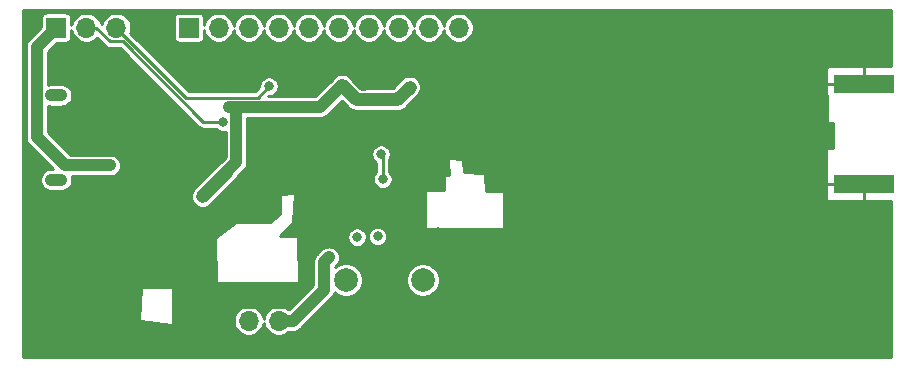
<source format=gbr>
%TF.GenerationSoftware,KiCad,Pcbnew,(5.1.6)-1*%
%TF.CreationDate,2020-07-31T11:50:38+07:00*%
%TF.ProjectId,stm32_nrf24,73746d33-325f-46e7-9266-32342e6b6963,rev?*%
%TF.SameCoordinates,Original*%
%TF.FileFunction,Copper,L2,Bot*%
%TF.FilePolarity,Positive*%
%FSLAX46Y46*%
G04 Gerber Fmt 4.6, Leading zero omitted, Abs format (unit mm)*
G04 Created by KiCad (PCBNEW (5.1.6)-1) date 2020-07-31 11:50:38*
%MOMM*%
%LPD*%
G01*
G04 APERTURE LIST*
%TA.AperFunction,ComponentPad*%
%ADD10O,1.700000X1.700000*%
%TD*%
%TA.AperFunction,ComponentPad*%
%ADD11R,1.700000X1.700000*%
%TD*%
%TA.AperFunction,ComponentPad*%
%ADD12C,2.000000*%
%TD*%
%TA.AperFunction,SMDPad,CuDef*%
%ADD13R,5.080000X1.500000*%
%TD*%
%TA.AperFunction,ComponentPad*%
%ADD14O,1.900000X1.050000*%
%TD*%
%TA.AperFunction,ViaPad*%
%ADD15C,0.800000*%
%TD*%
%TA.AperFunction,Conductor*%
%ADD16C,0.250000*%
%TD*%
%TA.AperFunction,Conductor*%
%ADD17C,1.000000*%
%TD*%
%TA.AperFunction,Conductor*%
%ADD18C,0.152400*%
%TD*%
%TA.AperFunction,Conductor*%
%ADD19C,0.500000*%
%TD*%
%TA.AperFunction,Conductor*%
%ADD20C,1.100000*%
%TD*%
%TA.AperFunction,Conductor*%
%ADD21C,0.254000*%
%TD*%
G04 APERTURE END LIST*
D10*
%TO.P,J5,4*%
%TO.N,GND*%
X89610000Y-98180000D03*
%TO.P,J5,3*%
%TO.N,SWDIO*%
X87070000Y-98180000D03*
%TO.P,J5,2*%
%TO.N,SWCLK*%
X84530000Y-98180000D03*
D11*
%TO.P,J5,1*%
%TO.N,+3V3*%
X81990000Y-98180000D03*
%TD*%
D10*
%TO.P,J4,10*%
%TO.N,P10*%
X116070000Y-98190000D03*
%TO.P,J4,9*%
%TO.N,P9*%
X113530000Y-98190000D03*
%TO.P,J4,8*%
%TO.N,P8*%
X110990000Y-98190000D03*
%TO.P,J4,7*%
%TO.N,P7*%
X108450000Y-98190000D03*
%TO.P,J4,6*%
%TO.N,P6*%
X105910000Y-98190000D03*
%TO.P,J4,5*%
%TO.N,P5*%
X103370000Y-98190000D03*
%TO.P,J4,4*%
%TO.N,P4*%
X100830000Y-98190000D03*
%TO.P,J4,3*%
%TO.N,P3*%
X98290000Y-98190000D03*
%TO.P,J4,2*%
%TO.N,P2*%
X95750000Y-98190000D03*
D11*
%TO.P,J4,1*%
%TO.N,P1*%
X93210000Y-98190000D03*
%TD*%
D12*
%TO.P,SW1,1*%
%TO.N,GND*%
X106520000Y-124040000D03*
%TO.P,SW1,2*%
%TO.N,NRST*%
X106520000Y-119540000D03*
%TO.P,SW1,1*%
%TO.N,GND*%
X113020000Y-124040000D03*
%TO.P,SW1,2*%
%TO.N,NRST*%
X113020000Y-119540000D03*
%TD*%
D13*
%TO.P,J3,2*%
%TO.N,GND*%
X150357840Y-102960860D03*
X150357840Y-111460860D03*
%TD*%
D10*
%TO.P,J2,3*%
%TO.N,+3V3*%
X100830000Y-123000000D03*
%TO.P,J2,2*%
%TO.N,BOOT0*%
X98290000Y-123000000D03*
D11*
%TO.P,J2,1*%
%TO.N,GND*%
X95750000Y-123000000D03*
%TD*%
D14*
%TO.P,J1,6*%
%TO.N,Net-(J1-Pad6)*%
X81980000Y-111070000D03*
X81980000Y-103920000D03*
%TD*%
D15*
%TO.N,GND*%
X119532400Y-115570000D03*
X118021100Y-115557300D03*
X116751100Y-115544600D03*
X115544600Y-115570000D03*
X114274600Y-115519200D03*
X112750600Y-115341400D03*
X112699800Y-113245900D03*
X112750600Y-112128300D03*
X113436400Y-111480600D03*
X114376200Y-111455200D03*
X118681500Y-111721900D03*
X120434100Y-112344200D03*
X120370600Y-113385600D03*
X121450100Y-113957100D03*
X120332500Y-114490500D03*
X111086900Y-113360200D03*
X101610000Y-115560000D03*
X114160300Y-117398800D03*
X112661700Y-114376200D03*
X93130000Y-120610000D03*
X138840000Y-108708260D03*
X137720000Y-108708260D03*
X134480300Y-110185200D03*
X145351500Y-108597700D03*
X129920000Y-107330000D03*
X130760000Y-106460000D03*
X115417600Y-107721400D03*
X115900000Y-108630000D03*
X83440000Y-114350000D03*
X87040000Y-108590000D03*
X126340000Y-106060000D03*
X118450000Y-101890000D03*
X116820000Y-101960000D03*
X114950000Y-108620000D03*
X130790000Y-107330000D03*
X129890000Y-106450000D03*
X96890000Y-120250000D03*
X96600000Y-103070000D03*
X108070000Y-103110000D03*
X103489760Y-117744240D03*
X94370000Y-110610000D03*
X133080000Y-105680000D03*
X134160000Y-105728260D03*
X135270000Y-105738260D03*
X136420000Y-105748260D03*
X137620000Y-105738260D03*
X138680000Y-105728260D03*
X139700000Y-105738260D03*
X140750000Y-105708260D03*
X141750000Y-105688260D03*
X142860000Y-105688260D03*
X144051020Y-105702100D03*
X145232120Y-105714800D03*
X146641820Y-105702100D03*
X146626580Y-104350820D03*
X134934960Y-97640140D03*
X146626580Y-102984300D03*
X146626580Y-101633020D03*
X147500340Y-100886260D03*
X148866860Y-100871020D03*
X150174960Y-100886260D03*
X151259540Y-100886260D03*
X152316180Y-100886260D03*
X145529300Y-109626400D03*
X146606260Y-109794040D03*
X146639280Y-111163100D03*
X146674840Y-112600740D03*
X147871180Y-113304320D03*
X148380000Y-115540000D03*
X149379940Y-113289080D03*
X150787100Y-113276380D03*
X152069800Y-113289080D03*
X133776440Y-119508980D03*
X136590000Y-108688260D03*
X139788900Y-110286800D03*
X140919200Y-110248700D03*
X141973300Y-110261400D03*
X143090000Y-108658260D03*
X144246600Y-108658260D03*
X143550000Y-103888260D03*
X141780000Y-103938260D03*
X139920000Y-103938260D03*
X137940000Y-103978260D03*
X136010000Y-103958260D03*
X133890000Y-103888260D03*
X134430000Y-101828260D03*
X136920000Y-101918260D03*
X138880000Y-101778260D03*
X141240000Y-101848260D03*
X142950000Y-102298260D03*
X143670000Y-100728260D03*
X143200000Y-99358260D03*
X139940000Y-100368260D03*
X137540000Y-99748260D03*
X135080000Y-99588260D03*
X133464300Y-110172500D03*
X132651500Y-109461300D03*
X135830000Y-113998260D03*
X136626600Y-109778800D03*
X135597900Y-110159800D03*
X138836400Y-109677200D03*
X133050000Y-115840000D03*
X135780000Y-115970000D03*
X138820000Y-116150000D03*
X143027400Y-109715300D03*
X144140000Y-116280000D03*
X146790000Y-116280000D03*
X149690000Y-116460000D03*
X149780000Y-119100000D03*
X149870000Y-122350000D03*
X149780000Y-124550000D03*
X146120000Y-124770000D03*
X142030000Y-124820000D03*
X138550000Y-124640000D03*
X134420000Y-124820000D03*
X130100000Y-125040000D03*
X126450000Y-124950000D03*
X123550000Y-124990000D03*
X120690000Y-124860000D03*
X118660000Y-122530000D03*
X127292100Y-108788200D03*
X125880000Y-120420000D03*
X143530000Y-120370000D03*
X130260000Y-121940000D03*
X139040000Y-121740000D03*
X123000000Y-114200000D03*
X128170000Y-114080000D03*
X124866400Y-108775500D03*
X126098300Y-108762800D03*
X123545600Y-108762800D03*
X144760000Y-118660000D03*
X146430000Y-120500000D03*
X145240000Y-121910000D03*
X135800000Y-122730000D03*
X138690000Y-118570000D03*
X137370000Y-97708260D03*
X146210000Y-98728260D03*
X149640000Y-99018260D03*
X145650000Y-97450000D03*
X143620000Y-97928260D03*
X122186700Y-108750100D03*
X141640000Y-98438260D03*
X148170000Y-97630000D03*
X150350000Y-97440000D03*
X120800000Y-106000000D03*
X127460000Y-106040000D03*
X125280000Y-106040000D03*
X123100000Y-106040000D03*
X118600000Y-106090000D03*
X121930000Y-106010000D03*
X124240000Y-106040000D03*
X119670000Y-106020000D03*
X118440000Y-100300000D03*
X81080000Y-121610000D03*
X93099990Y-112290010D03*
X87645240Y-111236760D03*
X87000000Y-112770000D03*
X89560000Y-112410000D03*
X83950000Y-112430000D03*
X85119999Y-120210001D03*
X84137500Y-122652500D03*
X81390000Y-123690000D03*
X87854990Y-123985010D03*
X90490000Y-124750000D03*
X83400000Y-124910000D03*
X81110000Y-125340000D03*
X85930000Y-124940000D03*
X86040000Y-122730000D03*
X100210000Y-120730000D03*
X112330000Y-105820000D03*
X128473200Y-108800900D03*
X134790000Y-119700000D03*
X129990000Y-117720000D03*
X125630000Y-118340000D03*
X121540000Y-119390000D03*
X118590000Y-118510000D03*
X115820000Y-123660000D03*
X122020000Y-122170000D03*
X126340000Y-115480000D03*
X116170000Y-120270000D03*
X100140000Y-106900000D03*
X102030000Y-106860000D03*
X103760000Y-106840000D03*
X103750000Y-108170000D03*
X102010000Y-108190000D03*
X100140000Y-108210000D03*
X100210000Y-109750000D03*
X102010000Y-109760000D03*
X103289100Y-111277400D03*
X102030000Y-111250000D03*
X100210000Y-111270000D03*
X131655000Y-108375000D03*
X91939090Y-100509090D03*
X93611700Y-102153720D03*
X93329760Y-100401120D03*
X86834980Y-100350320D03*
X85336380Y-100451920D03*
X83720940Y-100281740D03*
X82085180Y-100230940D03*
X82001360Y-101287580D03*
X83703160Y-101305360D03*
X85603080Y-101338380D03*
X87419180Y-101635560D03*
X87635080Y-102941120D03*
X86494620Y-102295960D03*
X88130380Y-104294940D03*
X89847420Y-104030780D03*
X89133680Y-102984300D03*
X91001830Y-99571830D03*
X86337140Y-118511320D03*
X87729060Y-118719600D03*
X86131400Y-114589560D03*
X87850980Y-114714020D03*
X103370380Y-109824520D03*
X140081000Y-113157000D03*
X144145000Y-112852200D03*
X142227300Y-113715800D03*
X141897100Y-117424200D03*
X132626100Y-112356900D03*
X130784600Y-115138200D03*
X128282700Y-116560600D03*
X123266200Y-102628700D03*
X125514100Y-102997000D03*
X124028200Y-104025700D03*
X121945400Y-103555800D03*
X125018800Y-101003100D03*
X128295400Y-102527100D03*
X121183400Y-100609400D03*
X120421400Y-102933500D03*
X120192800Y-101739700D03*
X123393200Y-100825300D03*
X123939300Y-97193100D03*
X126834900Y-97294700D03*
X129806700Y-97142300D03*
X132105400Y-97358200D03*
X121221500Y-97104200D03*
X119100600Y-97205800D03*
X80550000Y-119065000D03*
X79844900Y-121323100D03*
X82799700Y-121314700D03*
X79895700Y-124180600D03*
X103619300Y-124218700D03*
X95237300Y-108673900D03*
X93408500Y-108839000D03*
X92049600Y-110045500D03*
X90487500Y-109423200D03*
X93776800Y-107607100D03*
X91211400Y-104609900D03*
X89052400Y-104889300D03*
X126479300Y-100647500D03*
X127114300Y-103644700D03*
X121069100Y-104571800D03*
X121907300Y-101993700D03*
X122313700Y-109715300D03*
X123558300Y-109766100D03*
X124891800Y-109778800D03*
X126161800Y-109778800D03*
X127304800Y-109791500D03*
X128257300Y-109740700D03*
%TO.N,NRST*%
X109200000Y-115860000D03*
%TO.N,+3V3*%
X94340000Y-112410000D03*
X111920000Y-103210000D03*
X107460000Y-115930000D03*
X96640000Y-104830000D03*
X106200000Y-103050000D03*
X105070000Y-117630000D03*
X86537800Y-109855000D03*
%TO.N,SCK*%
X109640000Y-111010000D03*
X109490000Y-108900000D03*
%TO.N,SWCLK*%
X96150000Y-106190000D03*
%TO.N,SWDIO*%
X100010000Y-103140000D03*
%TD*%
D16*
%TO.N,GND*%
X108910000Y-102270000D02*
X116780000Y-102270000D01*
X108070000Y-103110000D02*
X108910000Y-102270000D01*
X96925001Y-121824999D02*
X95750000Y-123000000D01*
X101824637Y-121824999D02*
X96925001Y-121824999D01*
X103270000Y-120379636D02*
X101824637Y-121824999D01*
X103270000Y-117650000D02*
X103270000Y-120379636D01*
X105520001Y-125039999D02*
X106520000Y-124040000D01*
X96689999Y-125039999D02*
X105520001Y-125039999D01*
X95750000Y-124100000D02*
X96689999Y-125039999D01*
X95750000Y-123000000D02*
X95750000Y-124100000D01*
D17*
X128050000Y-114200000D02*
X128170000Y-114080000D01*
X123000000Y-114200000D02*
X128050000Y-114200000D01*
X83440000Y-119250000D02*
X81080000Y-121610000D01*
X83440000Y-114350000D02*
X83440000Y-119250000D01*
D18*
X93490000Y-120250000D02*
X93130000Y-120610000D01*
X96890000Y-120250000D02*
X93490000Y-120250000D01*
X82479999Y-120210001D02*
X81080000Y-121610000D01*
X92730001Y-120210001D02*
X85119999Y-120210001D01*
X93130000Y-120610000D02*
X92730001Y-120210001D01*
D17*
X93099990Y-120579990D02*
X93130000Y-120610000D01*
X93099990Y-112290010D02*
X93099990Y-120579990D01*
D19*
X101610000Y-115560000D02*
X102980000Y-115560000D01*
X103270000Y-115850000D02*
X103270000Y-117650000D01*
X102980000Y-115560000D02*
X103270000Y-115850000D01*
D18*
X85119999Y-120210001D02*
X82479999Y-120210001D01*
D17*
X93229991Y-101799991D02*
X91939090Y-100509090D01*
X107969991Y-103009991D02*
X108070000Y-103009991D01*
X97870009Y-101799991D02*
X106759991Y-101799991D01*
X106759991Y-101799991D02*
X107969991Y-103009991D01*
X96600000Y-102029982D02*
X96370009Y-101799991D01*
X96600000Y-103070000D02*
X96600000Y-102029982D01*
X97870009Y-101799991D02*
X96370009Y-101799991D01*
X96370009Y-101799991D02*
X93229991Y-101799991D01*
X91939090Y-100509090D02*
X91001830Y-99571830D01*
X91001830Y-99571830D02*
X89610000Y-98180000D01*
D16*
X146937040Y-111460860D02*
X146639280Y-111163100D01*
X150357840Y-111460860D02*
X146937040Y-111460860D01*
X150357840Y-112847120D02*
X150787100Y-113276380D01*
X150357840Y-111460860D02*
X150357840Y-112847120D01*
X150357840Y-101069140D02*
X150174960Y-100886260D01*
X150357840Y-102960860D02*
X150357840Y-101069140D01*
X146650020Y-102960860D02*
X146626580Y-102984300D01*
X150357840Y-102960860D02*
X146650020Y-102960860D01*
D20*
%TO.N,+3V3*%
X107410001Y-104260001D02*
X106200000Y-103050000D01*
X110869999Y-104260001D02*
X107410001Y-104260001D01*
X111920000Y-103210000D02*
X110869999Y-104260001D01*
X96450000Y-110360000D02*
X94350000Y-112460000D01*
D17*
X102032081Y-123000000D02*
X100830000Y-123000000D01*
X104670001Y-120362080D02*
X103526040Y-121506040D01*
X104670001Y-118029999D02*
X104670001Y-120362080D01*
X105070000Y-117630000D02*
X104670001Y-118029999D01*
X103526040Y-121506040D02*
X103454591Y-121577491D01*
X106200000Y-103050000D02*
X104319991Y-104930009D01*
X97250001Y-104940019D02*
X97239991Y-104930009D01*
X97250001Y-109559999D02*
X97250001Y-104940019D01*
X96450000Y-110360000D02*
X97250001Y-109559999D01*
X104319991Y-104930009D02*
X97239991Y-104930009D01*
X97239991Y-104930009D02*
X96640000Y-104930009D01*
X80329990Y-99840010D02*
X81990000Y-98180000D01*
X80329990Y-107419990D02*
X80329990Y-99840010D01*
X86537800Y-109855000D02*
X82765000Y-109855000D01*
X82765000Y-109855000D02*
X82371750Y-109461750D01*
X82754990Y-109844990D02*
X82371750Y-109461750D01*
X82371750Y-109461750D02*
X80329990Y-107419990D01*
X103454591Y-121577491D02*
X102032081Y-123000000D01*
D16*
%TO.N,SCK*%
X109640000Y-109050000D02*
X109490000Y-108900000D01*
X109640000Y-111010000D02*
X109640000Y-109050000D01*
%TO.N,SWCLK*%
X96150000Y-106190000D02*
X94443590Y-106190000D01*
X94443590Y-106190000D02*
X87608591Y-99355001D01*
X86505999Y-99355001D02*
X85330998Y-98180000D01*
X85330998Y-98180000D02*
X84530000Y-98180000D01*
X87608591Y-99355001D02*
X86505999Y-99355001D01*
%TO.N,SWDIO*%
X92994999Y-104104999D02*
X87070000Y-98180000D01*
X99045001Y-104104999D02*
X92994999Y-104104999D01*
X100010000Y-103140000D02*
X99045001Y-104104999D01*
%TD*%
D21*
%TO.N,GND*%
G36*
X152684601Y-96702512D02*
G01*
X152684601Y-101473000D01*
X147332700Y-101473000D01*
X147307924Y-101475440D01*
X147284099Y-101482667D01*
X147262143Y-101494403D01*
X147242897Y-101510197D01*
X147227103Y-101529443D01*
X147215367Y-101551399D01*
X147208140Y-101575224D01*
X147205701Y-101600358D01*
X147218401Y-106108858D01*
X147220911Y-106133627D01*
X147228205Y-106157431D01*
X147240003Y-106179355D01*
X147255851Y-106198555D01*
X147275140Y-106214295D01*
X147297130Y-106225969D01*
X147320974Y-106233129D01*
X147345400Y-106235500D01*
X147762436Y-106235500D01*
X147728432Y-108343700D01*
X147320000Y-108343700D01*
X147295224Y-108346140D01*
X147271399Y-108353367D01*
X147249443Y-108365103D01*
X147230197Y-108380897D01*
X147214403Y-108400143D01*
X147202667Y-108422099D01*
X147195440Y-108445924D01*
X147193001Y-108470324D01*
X147180301Y-112762924D01*
X147182668Y-112787708D01*
X147189824Y-112811553D01*
X147201495Y-112833545D01*
X147217232Y-112852836D01*
X147236430Y-112868687D01*
X147258352Y-112880488D01*
X147282155Y-112887786D01*
X147307023Y-112890300D01*
X152684600Y-112902041D01*
X152684600Y-126048513D01*
X151772330Y-126048012D01*
X151772205Y-126048000D01*
X151749918Y-126048000D01*
X151728043Y-126047988D01*
X151727920Y-126048000D01*
X79202000Y-126048000D01*
X79202000Y-122877685D01*
X89019603Y-122877685D01*
X89019647Y-122893426D01*
X89023687Y-122917992D01*
X89032442Y-122941299D01*
X89045575Y-122962449D01*
X89062583Y-122980631D01*
X89082810Y-122995145D01*
X89105481Y-123005434D01*
X89129724Y-123011103D01*
X91740844Y-123356543D01*
X91758467Y-123357636D01*
X91783224Y-123355007D01*
X91806993Y-123347599D01*
X91828859Y-123335696D01*
X91847984Y-123319756D01*
X91863631Y-123300391D01*
X91875199Y-123278346D01*
X91882245Y-123254467D01*
X91884496Y-123229673D01*
X91881790Y-122874226D01*
X97013000Y-122874226D01*
X97013000Y-123125774D01*
X97062074Y-123372487D01*
X97158337Y-123604886D01*
X97298089Y-123814040D01*
X97475960Y-123991911D01*
X97685114Y-124131663D01*
X97917513Y-124227926D01*
X98164226Y-124277000D01*
X98415774Y-124277000D01*
X98662487Y-124227926D01*
X98894886Y-124131663D01*
X99104040Y-123991911D01*
X99281911Y-123814040D01*
X99421663Y-123604886D01*
X99517926Y-123372487D01*
X99560000Y-123160966D01*
X99602074Y-123372487D01*
X99698337Y-123604886D01*
X99838089Y-123814040D01*
X100015960Y-123991911D01*
X100225114Y-124131663D01*
X100457513Y-124227926D01*
X100704226Y-124277000D01*
X100955774Y-124277000D01*
X101202487Y-124227926D01*
X101434886Y-124131663D01*
X101644040Y-123991911D01*
X101708951Y-123927000D01*
X101986554Y-123927000D01*
X102032081Y-123931484D01*
X102077608Y-123927000D01*
X102077619Y-123927000D01*
X102213805Y-123913587D01*
X102388545Y-123860580D01*
X102444640Y-123830597D01*
X102549586Y-123774502D01*
X102655368Y-123687688D01*
X102690740Y-123658659D01*
X102719769Y-123623287D01*
X104142278Y-122200780D01*
X104142287Y-122200769D01*
X104178356Y-122164699D01*
X105293293Y-121049764D01*
X105328660Y-121020739D01*
X105357685Y-120985372D01*
X105357688Y-120985369D01*
X105444502Y-120879586D01*
X105530580Y-120718545D01*
X105530581Y-120718544D01*
X105565465Y-120603549D01*
X105610340Y-120648424D01*
X105844062Y-120804591D01*
X106103759Y-120912162D01*
X106379453Y-120967000D01*
X106660547Y-120967000D01*
X106936241Y-120912162D01*
X107195938Y-120804591D01*
X107429660Y-120648424D01*
X107628424Y-120449660D01*
X107784591Y-120215938D01*
X107892162Y-119956241D01*
X107947000Y-119680547D01*
X107947000Y-119399453D01*
X111593000Y-119399453D01*
X111593000Y-119680547D01*
X111647838Y-119956241D01*
X111755409Y-120215938D01*
X111911576Y-120449660D01*
X112110340Y-120648424D01*
X112344062Y-120804591D01*
X112603759Y-120912162D01*
X112879453Y-120967000D01*
X113160547Y-120967000D01*
X113436241Y-120912162D01*
X113695938Y-120804591D01*
X113929660Y-120648424D01*
X114128424Y-120449660D01*
X114284591Y-120215938D01*
X114392162Y-119956241D01*
X114447000Y-119680547D01*
X114447000Y-119399453D01*
X114392162Y-119123759D01*
X114284591Y-118864062D01*
X114128424Y-118630340D01*
X113929660Y-118431576D01*
X113695938Y-118275409D01*
X113436241Y-118167838D01*
X113160547Y-118113000D01*
X112879453Y-118113000D01*
X112603759Y-118167838D01*
X112344062Y-118275409D01*
X112110340Y-118431576D01*
X111911576Y-118630340D01*
X111755409Y-118864062D01*
X111647838Y-119123759D01*
X111593000Y-119399453D01*
X107947000Y-119399453D01*
X107892162Y-119123759D01*
X107784591Y-118864062D01*
X107628424Y-118630340D01*
X107429660Y-118431576D01*
X107195938Y-118275409D01*
X106936241Y-118167838D01*
X106660547Y-118113000D01*
X106379453Y-118113000D01*
X106103759Y-118167838D01*
X105844062Y-118275409D01*
X105610340Y-118431576D01*
X105597001Y-118444915D01*
X105597001Y-118413974D01*
X105757688Y-118253287D01*
X105844501Y-118147505D01*
X105930580Y-117986464D01*
X105983586Y-117811724D01*
X106001484Y-117630001D01*
X105983586Y-117448277D01*
X105930580Y-117273537D01*
X105844501Y-117112495D01*
X105728659Y-116971341D01*
X105587505Y-116855499D01*
X105426463Y-116769420D01*
X105251723Y-116716414D01*
X105069999Y-116698516D01*
X104888276Y-116716414D01*
X104713536Y-116769420D01*
X104552495Y-116855499D01*
X104446713Y-116942312D01*
X104046714Y-117342311D01*
X104011342Y-117371340D01*
X103982314Y-117406711D01*
X103982313Y-117406712D01*
X103895500Y-117512494D01*
X103876229Y-117548548D01*
X103809421Y-117673536D01*
X103756414Y-117848276D01*
X103743001Y-117984462D01*
X103743001Y-117984472D01*
X103738517Y-118029999D01*
X103743001Y-118075527D01*
X103743002Y-119978103D01*
X102902749Y-120818356D01*
X102902743Y-120818361D01*
X102873733Y-120847372D01*
X102838353Y-120882752D01*
X102838349Y-120882757D01*
X102831304Y-120889803D01*
X102831303Y-120889803D01*
X101678529Y-122042578D01*
X101644040Y-122008089D01*
X101434886Y-121868337D01*
X101202487Y-121772074D01*
X100955774Y-121723000D01*
X100704226Y-121723000D01*
X100457513Y-121772074D01*
X100225114Y-121868337D01*
X100015960Y-122008089D01*
X99838089Y-122185960D01*
X99698337Y-122395114D01*
X99602074Y-122627513D01*
X99560000Y-122839034D01*
X99517926Y-122627513D01*
X99421663Y-122395114D01*
X99281911Y-122185960D01*
X99104040Y-122008089D01*
X98894886Y-121868337D01*
X98662487Y-121772074D01*
X98415774Y-121723000D01*
X98164226Y-121723000D01*
X97917513Y-121772074D01*
X97685114Y-121868337D01*
X97475960Y-122008089D01*
X97298089Y-122185960D01*
X97158337Y-122395114D01*
X97062074Y-122627513D01*
X97013000Y-122874226D01*
X91881790Y-122874226D01*
X91861636Y-120227393D01*
X91858845Y-120201863D01*
X91851289Y-120178141D01*
X91839251Y-120156349D01*
X91823192Y-120137324D01*
X91803730Y-120121798D01*
X91781614Y-120110366D01*
X91757692Y-120103470D01*
X91732884Y-120101372D01*
X89345284Y-120134392D01*
X89319490Y-120137404D01*
X89273770Y-120147564D01*
X89259748Y-120151537D01*
X89237135Y-120161953D01*
X89216989Y-120176581D01*
X89200084Y-120194857D01*
X89187069Y-120216081D01*
X89178445Y-120239436D01*
X89174543Y-120264025D01*
X89019603Y-122877685D01*
X79202000Y-122877685D01*
X79202000Y-116012065D01*
X95473017Y-116012065D01*
X95533017Y-119702065D01*
X95537510Y-119733544D01*
X95546408Y-119756796D01*
X95559671Y-119777866D01*
X95576789Y-119795943D01*
X95597106Y-119810333D01*
X95619839Y-119820483D01*
X95649839Y-119830483D01*
X95665224Y-119834560D01*
X95690000Y-119837000D01*
X102380000Y-119837000D01*
X102406107Y-119834288D01*
X102429853Y-119826806D01*
X102451683Y-119814836D01*
X102470758Y-119798837D01*
X102486345Y-119779424D01*
X102497846Y-119757343D01*
X102504818Y-119733443D01*
X102506993Y-119708642D01*
X102466993Y-115968642D01*
X102464560Y-115945224D01*
X102457333Y-115921399D01*
X102445597Y-115899443D01*
X102429803Y-115880197D01*
X102410557Y-115864403D01*
X102388601Y-115852667D01*
X102375023Y-115848548D01*
X106633000Y-115848548D01*
X106633000Y-116011452D01*
X106664782Y-116171227D01*
X106727123Y-116321731D01*
X106817628Y-116457181D01*
X106932819Y-116572372D01*
X107068269Y-116662877D01*
X107218773Y-116725218D01*
X107378548Y-116757000D01*
X107541452Y-116757000D01*
X107701227Y-116725218D01*
X107851731Y-116662877D01*
X107987181Y-116572372D01*
X108102372Y-116457181D01*
X108192877Y-116321731D01*
X108255218Y-116171227D01*
X108287000Y-116011452D01*
X108287000Y-115848548D01*
X108273076Y-115778548D01*
X108373000Y-115778548D01*
X108373000Y-115941452D01*
X108404782Y-116101227D01*
X108467123Y-116251731D01*
X108557628Y-116387181D01*
X108672819Y-116502372D01*
X108808269Y-116592877D01*
X108958773Y-116655218D01*
X109118548Y-116687000D01*
X109281452Y-116687000D01*
X109441227Y-116655218D01*
X109591731Y-116592877D01*
X109727181Y-116502372D01*
X109842372Y-116387181D01*
X109932877Y-116251731D01*
X109995218Y-116101227D01*
X110027000Y-115941452D01*
X110027000Y-115778548D01*
X109995218Y-115618773D01*
X109932877Y-115468269D01*
X109842372Y-115332819D01*
X109727181Y-115217628D01*
X109591731Y-115127123D01*
X109441227Y-115064782D01*
X109281452Y-115033000D01*
X109118548Y-115033000D01*
X108958773Y-115064782D01*
X108808269Y-115127123D01*
X108672819Y-115217628D01*
X108557628Y-115332819D01*
X108467123Y-115468269D01*
X108404782Y-115618773D01*
X108373000Y-115778548D01*
X108273076Y-115778548D01*
X108255218Y-115688773D01*
X108192877Y-115538269D01*
X108102372Y-115402819D01*
X107987181Y-115287628D01*
X107851731Y-115197123D01*
X107701227Y-115134782D01*
X107541452Y-115103000D01*
X107378548Y-115103000D01*
X107218773Y-115134782D01*
X107068269Y-115197123D01*
X106932819Y-115287628D01*
X106817628Y-115402819D01*
X106727123Y-115538269D01*
X106664782Y-115688773D01*
X106633000Y-115848548D01*
X102375023Y-115848548D01*
X102364776Y-115845440D01*
X102340000Y-115843000D01*
X100937086Y-115843000D01*
X102031805Y-114697755D01*
X102041465Y-114686379D01*
X102054417Y-114665117D01*
X102062971Y-114641736D01*
X102066799Y-114617136D01*
X102196799Y-112307136D01*
X102196603Y-112289972D01*
X102192214Y-112265466D01*
X102183129Y-112242286D01*
X102169696Y-112221325D01*
X102152431Y-112203387D01*
X102131999Y-112189162D01*
X102109184Y-112179196D01*
X102084864Y-112173873D01*
X102059972Y-112173397D01*
X101049972Y-112253397D01*
X101014223Y-112261537D01*
X100991991Y-112272744D01*
X100972374Y-112288073D01*
X100956123Y-112306934D01*
X100943865Y-112328604D01*
X100936069Y-112352248D01*
X100933036Y-112376959D01*
X100894505Y-113985644D01*
X100076824Y-114603447D01*
X97268663Y-114633007D01*
X97238599Y-114636943D01*
X97215195Y-114645434D01*
X97193897Y-114658327D01*
X95523897Y-115908327D01*
X95508749Y-115921669D01*
X95493270Y-115941169D01*
X95481893Y-115963313D01*
X95475054Y-115987252D01*
X95473017Y-116012065D01*
X79202000Y-116012065D01*
X79202000Y-99840010D01*
X79398506Y-99840010D01*
X79402991Y-99885547D01*
X79402990Y-107374463D01*
X79398506Y-107419990D01*
X79402990Y-107465517D01*
X79402990Y-107465527D01*
X79416403Y-107601713D01*
X79469410Y-107776453D01*
X79555489Y-107937495D01*
X79642302Y-108043277D01*
X79671331Y-108078649D01*
X79706703Y-108107678D01*
X81717024Y-110118000D01*
X81508235Y-110118000D01*
X81368375Y-110131775D01*
X81188923Y-110186211D01*
X81023538Y-110274611D01*
X80878577Y-110393577D01*
X80759611Y-110538538D01*
X80671211Y-110703923D01*
X80616775Y-110883375D01*
X80598394Y-111070000D01*
X80616775Y-111256625D01*
X80671211Y-111436077D01*
X80759611Y-111601462D01*
X80878577Y-111746423D01*
X81023538Y-111865389D01*
X81188923Y-111953789D01*
X81368375Y-112008225D01*
X81508235Y-112022000D01*
X82451765Y-112022000D01*
X82591625Y-112008225D01*
X82771077Y-111953789D01*
X82936462Y-111865389D01*
X83081423Y-111746423D01*
X83200389Y-111601462D01*
X83288789Y-111436077D01*
X83343225Y-111256625D01*
X83361606Y-111070000D01*
X83343225Y-110883375D01*
X83312473Y-110782000D01*
X86583338Y-110782000D01*
X86719524Y-110768587D01*
X86894264Y-110715580D01*
X87055305Y-110629501D01*
X87196459Y-110513659D01*
X87312301Y-110372505D01*
X87398380Y-110211464D01*
X87451387Y-110036724D01*
X87469285Y-109855000D01*
X87451387Y-109673276D01*
X87398380Y-109498536D01*
X87312301Y-109337495D01*
X87196459Y-109196341D01*
X87055305Y-109080499D01*
X86894264Y-108994420D01*
X86719524Y-108941413D01*
X86583338Y-108928000D01*
X83148975Y-108928000D01*
X83059443Y-108838468D01*
X83059438Y-108838462D01*
X81256990Y-107036015D01*
X81256990Y-104824437D01*
X81368375Y-104858225D01*
X81508235Y-104872000D01*
X82451765Y-104872000D01*
X82591625Y-104858225D01*
X82771077Y-104803789D01*
X82936462Y-104715389D01*
X83081423Y-104596423D01*
X83200389Y-104451462D01*
X83288789Y-104286077D01*
X83343225Y-104106625D01*
X83361606Y-103920000D01*
X83343225Y-103733375D01*
X83288789Y-103553923D01*
X83200389Y-103388538D01*
X83081423Y-103243577D01*
X82936462Y-103124611D01*
X82771077Y-103036211D01*
X82591625Y-102981775D01*
X82451765Y-102968000D01*
X81508235Y-102968000D01*
X81368375Y-102981775D01*
X81256990Y-103015563D01*
X81256990Y-100223985D01*
X82021910Y-99459066D01*
X82840000Y-99459066D01*
X82923707Y-99450822D01*
X83004196Y-99426405D01*
X83078376Y-99386755D01*
X83143395Y-99333395D01*
X83196755Y-99268376D01*
X83236405Y-99194196D01*
X83260822Y-99113707D01*
X83269066Y-99030000D01*
X83269066Y-98386544D01*
X83302074Y-98552487D01*
X83398337Y-98784886D01*
X83538089Y-98994040D01*
X83715960Y-99171911D01*
X83925114Y-99311663D01*
X84157513Y-99407926D01*
X84404226Y-99457000D01*
X84655774Y-99457000D01*
X84902487Y-99407926D01*
X85134886Y-99311663D01*
X85344040Y-99171911D01*
X85443152Y-99072799D01*
X86096506Y-99726154D01*
X86113788Y-99747212D01*
X86134844Y-99764492D01*
X86197840Y-99816192D01*
X86242401Y-99840010D01*
X86293736Y-99867449D01*
X86397788Y-99899013D01*
X86478890Y-99907001D01*
X86478900Y-99907001D01*
X86505998Y-99909670D01*
X86533096Y-99907001D01*
X87379947Y-99907001D01*
X94034098Y-106561154D01*
X94051379Y-106582211D01*
X94072435Y-106599491D01*
X94135431Y-106651191D01*
X94186688Y-106678588D01*
X94231327Y-106702448D01*
X94335379Y-106734012D01*
X94416481Y-106742000D01*
X94416491Y-106742000D01*
X94443589Y-106744669D01*
X94470687Y-106742000D01*
X95532447Y-106742000D01*
X95622819Y-106832372D01*
X95758269Y-106922877D01*
X95908773Y-106985218D01*
X96068548Y-107017000D01*
X96231452Y-107017000D01*
X96323002Y-106998789D01*
X96323001Y-109176023D01*
X96013540Y-109485485D01*
X95904581Y-109543725D01*
X95793092Y-109635221D01*
X93625221Y-111803093D01*
X93533725Y-111914582D01*
X93443003Y-112084310D01*
X93387137Y-112268475D01*
X93368273Y-112460000D01*
X93387137Y-112651525D01*
X93443003Y-112835690D01*
X93533725Y-113005418D01*
X93655815Y-113154185D01*
X93804582Y-113276275D01*
X93974310Y-113366997D01*
X94158475Y-113422863D01*
X94350000Y-113441727D01*
X94541525Y-113422863D01*
X94725690Y-113366997D01*
X94895418Y-113276275D01*
X95006907Y-113184779D01*
X96126886Y-112064800D01*
X113182400Y-112064800D01*
X113182400Y-115087400D01*
X113184696Y-115111442D01*
X113191783Y-115135308D01*
X113203389Y-115157334D01*
X113219070Y-115176672D01*
X113238221Y-115192579D01*
X113260109Y-115204444D01*
X113283890Y-115211812D01*
X113308651Y-115214398D01*
X119772951Y-115252498D01*
X119799011Y-115249952D01*
X119822804Y-115242623D01*
X119844710Y-115230793D01*
X119863887Y-115214916D01*
X119879598Y-115195604D01*
X119891240Y-115173597D01*
X119898365Y-115149742D01*
X119900699Y-115124955D01*
X119887999Y-112165855D01*
X119886149Y-112144797D01*
X119879530Y-112120797D01*
X119868356Y-112098549D01*
X119853056Y-112078909D01*
X119834218Y-112062631D01*
X119812567Y-112050340D01*
X119788934Y-112042510D01*
X119764228Y-112039441D01*
X118381283Y-112004281D01*
X118287509Y-110621110D01*
X118279793Y-110585318D01*
X118268848Y-110562956D01*
X118253751Y-110543160D01*
X118235081Y-110526689D01*
X118213558Y-110514177D01*
X118190006Y-110506104D01*
X118165333Y-110502781D01*
X116505867Y-110443514D01*
X116471633Y-109393661D01*
X116469833Y-109376106D01*
X116463197Y-109352110D01*
X116452006Y-109329871D01*
X116436692Y-109310241D01*
X116417842Y-109293977D01*
X116396182Y-109281703D01*
X116372544Y-109273890D01*
X116347835Y-109270839D01*
X115319135Y-109245439D01*
X115291224Y-109247840D01*
X115267399Y-109255067D01*
X115245443Y-109266803D01*
X115226197Y-109282597D01*
X115210403Y-109301843D01*
X115198667Y-109323799D01*
X115191440Y-109347624D01*
X115189000Y-109372400D01*
X115189000Y-109448600D01*
X115189051Y-109452193D01*
X115223455Y-110667800D01*
X114960400Y-110667800D01*
X114940672Y-110669342D01*
X114916576Y-110675601D01*
X114894163Y-110686441D01*
X114874296Y-110701445D01*
X114857738Y-110720037D01*
X114845125Y-110741502D01*
X114836942Y-110765015D01*
X114833504Y-110789673D01*
X114787589Y-111926064D01*
X113308392Y-111937804D01*
X113284624Y-111940240D01*
X113260799Y-111947467D01*
X113238843Y-111959203D01*
X113219597Y-111974997D01*
X113203803Y-111994243D01*
X113192067Y-112016199D01*
X113184840Y-112040024D01*
X113182400Y-112064800D01*
X96126886Y-112064800D01*
X97174779Y-111016908D01*
X97266275Y-110905419D01*
X97324515Y-110796460D01*
X97873294Y-110247682D01*
X97908660Y-110218658D01*
X97937685Y-110183291D01*
X97937689Y-110183287D01*
X98024502Y-110077505D01*
X98077018Y-109979255D01*
X98110581Y-109916463D01*
X98163588Y-109741723D01*
X98177001Y-109605537D01*
X98177001Y-109605527D01*
X98181485Y-109560000D01*
X98177001Y-109514473D01*
X98177001Y-108818548D01*
X108663000Y-108818548D01*
X108663000Y-108981452D01*
X108694782Y-109141227D01*
X108757123Y-109291731D01*
X108847628Y-109427181D01*
X108962819Y-109542372D01*
X109088001Y-109626016D01*
X109088000Y-110392447D01*
X108997628Y-110482819D01*
X108907123Y-110618269D01*
X108844782Y-110768773D01*
X108813000Y-110928548D01*
X108813000Y-111091452D01*
X108844782Y-111251227D01*
X108907123Y-111401731D01*
X108997628Y-111537181D01*
X109112819Y-111652372D01*
X109248269Y-111742877D01*
X109398773Y-111805218D01*
X109558548Y-111837000D01*
X109721452Y-111837000D01*
X109881227Y-111805218D01*
X110031731Y-111742877D01*
X110167181Y-111652372D01*
X110282372Y-111537181D01*
X110372877Y-111401731D01*
X110435218Y-111251227D01*
X110467000Y-111091452D01*
X110467000Y-110928548D01*
X110435218Y-110768773D01*
X110372877Y-110618269D01*
X110282372Y-110482819D01*
X110192000Y-110392447D01*
X110192000Y-109337942D01*
X110222877Y-109291731D01*
X110285218Y-109141227D01*
X110317000Y-108981452D01*
X110317000Y-108818548D01*
X110285218Y-108658773D01*
X110222877Y-108508269D01*
X110132372Y-108372819D01*
X110017181Y-108257628D01*
X109881731Y-108167123D01*
X109731227Y-108104782D01*
X109571452Y-108073000D01*
X109408548Y-108073000D01*
X109248773Y-108104782D01*
X109098269Y-108167123D01*
X108962819Y-108257628D01*
X108847628Y-108372819D01*
X108757123Y-108508269D01*
X108694782Y-108658773D01*
X108663000Y-108818548D01*
X98177001Y-108818548D01*
X98177001Y-105857009D01*
X104274464Y-105857009D01*
X104319991Y-105861493D01*
X104365518Y-105857009D01*
X104365529Y-105857009D01*
X104501715Y-105843596D01*
X104676455Y-105790589D01*
X104837496Y-105704510D01*
X104978650Y-105588668D01*
X105007679Y-105553296D01*
X106164645Y-104396331D01*
X106685221Y-104916908D01*
X106715815Y-104954187D01*
X106864583Y-105076277D01*
X107034310Y-105166998D01*
X107126393Y-105194931D01*
X107218475Y-105222864D01*
X107410001Y-105241728D01*
X107457994Y-105237001D01*
X110822006Y-105237001D01*
X110869999Y-105241728D01*
X111061524Y-105222864D01*
X111065259Y-105221731D01*
X111245690Y-105166998D01*
X111415417Y-105076277D01*
X111564185Y-104954187D01*
X111594783Y-104916903D01*
X112644779Y-103866907D01*
X112736275Y-103755419D01*
X112826997Y-103585690D01*
X112882863Y-103401526D01*
X112901727Y-103210000D01*
X112882863Y-103018475D01*
X112826997Y-102834310D01*
X112736275Y-102664582D01*
X112614186Y-102515814D01*
X112465418Y-102393725D01*
X112295690Y-102303003D01*
X112111525Y-102247137D01*
X111920000Y-102228273D01*
X111728474Y-102247137D01*
X111544310Y-102303003D01*
X111374581Y-102393725D01*
X111263093Y-102485221D01*
X110465313Y-103283001D01*
X107814688Y-103283001D01*
X106856907Y-102325221D01*
X106745418Y-102233725D01*
X106575690Y-102143003D01*
X106391525Y-102087137D01*
X106200000Y-102068273D01*
X106008475Y-102087137D01*
X105824310Y-102143003D01*
X105654582Y-102233725D01*
X105505815Y-102355815D01*
X105383725Y-102504582D01*
X105325487Y-102613537D01*
X103936016Y-104003009D01*
X99927636Y-104003009D01*
X99963645Y-103967000D01*
X100091452Y-103967000D01*
X100251227Y-103935218D01*
X100401731Y-103872877D01*
X100537181Y-103782372D01*
X100652372Y-103667181D01*
X100742877Y-103531731D01*
X100805218Y-103381227D01*
X100837000Y-103221452D01*
X100837000Y-103058548D01*
X100805218Y-102898773D01*
X100742877Y-102748269D01*
X100652372Y-102612819D01*
X100537181Y-102497628D01*
X100401731Y-102407123D01*
X100251227Y-102344782D01*
X100091452Y-102313000D01*
X99928548Y-102313000D01*
X99768773Y-102344782D01*
X99618269Y-102407123D01*
X99482819Y-102497628D01*
X99367628Y-102612819D01*
X99277123Y-102748269D01*
X99214782Y-102898773D01*
X99183000Y-103058548D01*
X99183000Y-103186355D01*
X98816357Y-103552999D01*
X93223644Y-103552999D01*
X88276019Y-98605375D01*
X88297926Y-98552487D01*
X88347000Y-98305774D01*
X88347000Y-98054226D01*
X88297926Y-97807513D01*
X88201663Y-97575114D01*
X88061911Y-97365960D01*
X88035951Y-97340000D01*
X91930934Y-97340000D01*
X91930934Y-99040000D01*
X91939178Y-99123707D01*
X91963595Y-99204196D01*
X92003245Y-99278376D01*
X92056605Y-99343395D01*
X92121624Y-99396755D01*
X92195804Y-99436405D01*
X92276293Y-99460822D01*
X92360000Y-99469066D01*
X94060000Y-99469066D01*
X94143707Y-99460822D01*
X94224196Y-99436405D01*
X94298376Y-99396755D01*
X94363395Y-99343395D01*
X94416755Y-99278376D01*
X94456405Y-99204196D01*
X94480822Y-99123707D01*
X94489066Y-99040000D01*
X94489066Y-98396544D01*
X94522074Y-98562487D01*
X94618337Y-98794886D01*
X94758089Y-99004040D01*
X94935960Y-99181911D01*
X95145114Y-99321663D01*
X95377513Y-99417926D01*
X95624226Y-99467000D01*
X95875774Y-99467000D01*
X96122487Y-99417926D01*
X96354886Y-99321663D01*
X96564040Y-99181911D01*
X96741911Y-99004040D01*
X96881663Y-98794886D01*
X96977926Y-98562487D01*
X97020000Y-98350966D01*
X97062074Y-98562487D01*
X97158337Y-98794886D01*
X97298089Y-99004040D01*
X97475960Y-99181911D01*
X97685114Y-99321663D01*
X97917513Y-99417926D01*
X98164226Y-99467000D01*
X98415774Y-99467000D01*
X98662487Y-99417926D01*
X98894886Y-99321663D01*
X99104040Y-99181911D01*
X99281911Y-99004040D01*
X99421663Y-98794886D01*
X99517926Y-98562487D01*
X99560000Y-98350966D01*
X99602074Y-98562487D01*
X99698337Y-98794886D01*
X99838089Y-99004040D01*
X100015960Y-99181911D01*
X100225114Y-99321663D01*
X100457513Y-99417926D01*
X100704226Y-99467000D01*
X100955774Y-99467000D01*
X101202487Y-99417926D01*
X101434886Y-99321663D01*
X101644040Y-99181911D01*
X101821911Y-99004040D01*
X101961663Y-98794886D01*
X102057926Y-98562487D01*
X102100000Y-98350966D01*
X102142074Y-98562487D01*
X102238337Y-98794886D01*
X102378089Y-99004040D01*
X102555960Y-99181911D01*
X102765114Y-99321663D01*
X102997513Y-99417926D01*
X103244226Y-99467000D01*
X103495774Y-99467000D01*
X103742487Y-99417926D01*
X103974886Y-99321663D01*
X104184040Y-99181911D01*
X104361911Y-99004040D01*
X104501663Y-98794886D01*
X104597926Y-98562487D01*
X104640000Y-98350966D01*
X104682074Y-98562487D01*
X104778337Y-98794886D01*
X104918089Y-99004040D01*
X105095960Y-99181911D01*
X105305114Y-99321663D01*
X105537513Y-99417926D01*
X105784226Y-99467000D01*
X106035774Y-99467000D01*
X106282487Y-99417926D01*
X106514886Y-99321663D01*
X106724040Y-99181911D01*
X106901911Y-99004040D01*
X107041663Y-98794886D01*
X107137926Y-98562487D01*
X107180000Y-98350966D01*
X107222074Y-98562487D01*
X107318337Y-98794886D01*
X107458089Y-99004040D01*
X107635960Y-99181911D01*
X107845114Y-99321663D01*
X108077513Y-99417926D01*
X108324226Y-99467000D01*
X108575774Y-99467000D01*
X108822487Y-99417926D01*
X109054886Y-99321663D01*
X109264040Y-99181911D01*
X109441911Y-99004040D01*
X109581663Y-98794886D01*
X109677926Y-98562487D01*
X109720000Y-98350966D01*
X109762074Y-98562487D01*
X109858337Y-98794886D01*
X109998089Y-99004040D01*
X110175960Y-99181911D01*
X110385114Y-99321663D01*
X110617513Y-99417926D01*
X110864226Y-99467000D01*
X111115774Y-99467000D01*
X111362487Y-99417926D01*
X111594886Y-99321663D01*
X111804040Y-99181911D01*
X111981911Y-99004040D01*
X112121663Y-98794886D01*
X112217926Y-98562487D01*
X112260000Y-98350966D01*
X112302074Y-98562487D01*
X112398337Y-98794886D01*
X112538089Y-99004040D01*
X112715960Y-99181911D01*
X112925114Y-99321663D01*
X113157513Y-99417926D01*
X113404226Y-99467000D01*
X113655774Y-99467000D01*
X113902487Y-99417926D01*
X114134886Y-99321663D01*
X114344040Y-99181911D01*
X114521911Y-99004040D01*
X114661663Y-98794886D01*
X114757926Y-98562487D01*
X114800000Y-98350966D01*
X114842074Y-98562487D01*
X114938337Y-98794886D01*
X115078089Y-99004040D01*
X115255960Y-99181911D01*
X115465114Y-99321663D01*
X115697513Y-99417926D01*
X115944226Y-99467000D01*
X116195774Y-99467000D01*
X116442487Y-99417926D01*
X116674886Y-99321663D01*
X116884040Y-99181911D01*
X117061911Y-99004040D01*
X117201663Y-98794886D01*
X117297926Y-98562487D01*
X117347000Y-98315774D01*
X117347000Y-98064226D01*
X117297926Y-97817513D01*
X117201663Y-97585114D01*
X117061911Y-97375960D01*
X116884040Y-97198089D01*
X116674886Y-97058337D01*
X116442487Y-96962074D01*
X116195774Y-96913000D01*
X115944226Y-96913000D01*
X115697513Y-96962074D01*
X115465114Y-97058337D01*
X115255960Y-97198089D01*
X115078089Y-97375960D01*
X114938337Y-97585114D01*
X114842074Y-97817513D01*
X114800000Y-98029034D01*
X114757926Y-97817513D01*
X114661663Y-97585114D01*
X114521911Y-97375960D01*
X114344040Y-97198089D01*
X114134886Y-97058337D01*
X113902487Y-96962074D01*
X113655774Y-96913000D01*
X113404226Y-96913000D01*
X113157513Y-96962074D01*
X112925114Y-97058337D01*
X112715960Y-97198089D01*
X112538089Y-97375960D01*
X112398337Y-97585114D01*
X112302074Y-97817513D01*
X112260000Y-98029034D01*
X112217926Y-97817513D01*
X112121663Y-97585114D01*
X111981911Y-97375960D01*
X111804040Y-97198089D01*
X111594886Y-97058337D01*
X111362487Y-96962074D01*
X111115774Y-96913000D01*
X110864226Y-96913000D01*
X110617513Y-96962074D01*
X110385114Y-97058337D01*
X110175960Y-97198089D01*
X109998089Y-97375960D01*
X109858337Y-97585114D01*
X109762074Y-97817513D01*
X109720000Y-98029034D01*
X109677926Y-97817513D01*
X109581663Y-97585114D01*
X109441911Y-97375960D01*
X109264040Y-97198089D01*
X109054886Y-97058337D01*
X108822487Y-96962074D01*
X108575774Y-96913000D01*
X108324226Y-96913000D01*
X108077513Y-96962074D01*
X107845114Y-97058337D01*
X107635960Y-97198089D01*
X107458089Y-97375960D01*
X107318337Y-97585114D01*
X107222074Y-97817513D01*
X107180000Y-98029034D01*
X107137926Y-97817513D01*
X107041663Y-97585114D01*
X106901911Y-97375960D01*
X106724040Y-97198089D01*
X106514886Y-97058337D01*
X106282487Y-96962074D01*
X106035774Y-96913000D01*
X105784226Y-96913000D01*
X105537513Y-96962074D01*
X105305114Y-97058337D01*
X105095960Y-97198089D01*
X104918089Y-97375960D01*
X104778337Y-97585114D01*
X104682074Y-97817513D01*
X104640000Y-98029034D01*
X104597926Y-97817513D01*
X104501663Y-97585114D01*
X104361911Y-97375960D01*
X104184040Y-97198089D01*
X103974886Y-97058337D01*
X103742487Y-96962074D01*
X103495774Y-96913000D01*
X103244226Y-96913000D01*
X102997513Y-96962074D01*
X102765114Y-97058337D01*
X102555960Y-97198089D01*
X102378089Y-97375960D01*
X102238337Y-97585114D01*
X102142074Y-97817513D01*
X102100000Y-98029034D01*
X102057926Y-97817513D01*
X101961663Y-97585114D01*
X101821911Y-97375960D01*
X101644040Y-97198089D01*
X101434886Y-97058337D01*
X101202487Y-96962074D01*
X100955774Y-96913000D01*
X100704226Y-96913000D01*
X100457513Y-96962074D01*
X100225114Y-97058337D01*
X100015960Y-97198089D01*
X99838089Y-97375960D01*
X99698337Y-97585114D01*
X99602074Y-97817513D01*
X99560000Y-98029034D01*
X99517926Y-97817513D01*
X99421663Y-97585114D01*
X99281911Y-97375960D01*
X99104040Y-97198089D01*
X98894886Y-97058337D01*
X98662487Y-96962074D01*
X98415774Y-96913000D01*
X98164226Y-96913000D01*
X97917513Y-96962074D01*
X97685114Y-97058337D01*
X97475960Y-97198089D01*
X97298089Y-97375960D01*
X97158337Y-97585114D01*
X97062074Y-97817513D01*
X97020000Y-98029034D01*
X96977926Y-97817513D01*
X96881663Y-97585114D01*
X96741911Y-97375960D01*
X96564040Y-97198089D01*
X96354886Y-97058337D01*
X96122487Y-96962074D01*
X95875774Y-96913000D01*
X95624226Y-96913000D01*
X95377513Y-96962074D01*
X95145114Y-97058337D01*
X94935960Y-97198089D01*
X94758089Y-97375960D01*
X94618337Y-97585114D01*
X94522074Y-97817513D01*
X94489066Y-97983456D01*
X94489066Y-97340000D01*
X94480822Y-97256293D01*
X94456405Y-97175804D01*
X94416755Y-97101624D01*
X94363395Y-97036605D01*
X94298376Y-96983245D01*
X94224196Y-96943595D01*
X94143707Y-96919178D01*
X94060000Y-96910934D01*
X92360000Y-96910934D01*
X92276293Y-96919178D01*
X92195804Y-96943595D01*
X92121624Y-96983245D01*
X92056605Y-97036605D01*
X92003245Y-97101624D01*
X91963595Y-97175804D01*
X91939178Y-97256293D01*
X91930934Y-97340000D01*
X88035951Y-97340000D01*
X87884040Y-97188089D01*
X87674886Y-97048337D01*
X87442487Y-96952074D01*
X87195774Y-96903000D01*
X86944226Y-96903000D01*
X86697513Y-96952074D01*
X86465114Y-97048337D01*
X86255960Y-97188089D01*
X86078089Y-97365960D01*
X85938337Y-97575114D01*
X85842074Y-97807513D01*
X85824999Y-97893357D01*
X85762587Y-97830945D01*
X85757926Y-97807513D01*
X85661663Y-97575114D01*
X85521911Y-97365960D01*
X85344040Y-97188089D01*
X85134886Y-97048337D01*
X84902487Y-96952074D01*
X84655774Y-96903000D01*
X84404226Y-96903000D01*
X84157513Y-96952074D01*
X83925114Y-97048337D01*
X83715960Y-97188089D01*
X83538089Y-97365960D01*
X83398337Y-97575114D01*
X83302074Y-97807513D01*
X83269066Y-97973456D01*
X83269066Y-97330000D01*
X83260822Y-97246293D01*
X83236405Y-97165804D01*
X83196755Y-97091624D01*
X83143395Y-97026605D01*
X83078376Y-96973245D01*
X83004196Y-96933595D01*
X82923707Y-96909178D01*
X82840000Y-96900934D01*
X81140000Y-96900934D01*
X81056293Y-96909178D01*
X80975804Y-96933595D01*
X80901624Y-96973245D01*
X80836605Y-97026605D01*
X80783245Y-97091624D01*
X80743595Y-97165804D01*
X80719178Y-97246293D01*
X80710934Y-97330000D01*
X80710934Y-98148090D01*
X79706698Y-99152327D01*
X79671332Y-99181351D01*
X79642307Y-99216718D01*
X79642302Y-99216723D01*
X79555489Y-99322505D01*
X79469410Y-99483547D01*
X79416404Y-99658287D01*
X79398506Y-99840010D01*
X79202000Y-99840010D01*
X79202000Y-96702000D01*
X151751246Y-96702000D01*
X152684601Y-96702512D01*
G37*
X152684601Y-96702512D02*
X152684601Y-101473000D01*
X147332700Y-101473000D01*
X147307924Y-101475440D01*
X147284099Y-101482667D01*
X147262143Y-101494403D01*
X147242897Y-101510197D01*
X147227103Y-101529443D01*
X147215367Y-101551399D01*
X147208140Y-101575224D01*
X147205701Y-101600358D01*
X147218401Y-106108858D01*
X147220911Y-106133627D01*
X147228205Y-106157431D01*
X147240003Y-106179355D01*
X147255851Y-106198555D01*
X147275140Y-106214295D01*
X147297130Y-106225969D01*
X147320974Y-106233129D01*
X147345400Y-106235500D01*
X147762436Y-106235500D01*
X147728432Y-108343700D01*
X147320000Y-108343700D01*
X147295224Y-108346140D01*
X147271399Y-108353367D01*
X147249443Y-108365103D01*
X147230197Y-108380897D01*
X147214403Y-108400143D01*
X147202667Y-108422099D01*
X147195440Y-108445924D01*
X147193001Y-108470324D01*
X147180301Y-112762924D01*
X147182668Y-112787708D01*
X147189824Y-112811553D01*
X147201495Y-112833545D01*
X147217232Y-112852836D01*
X147236430Y-112868687D01*
X147258352Y-112880488D01*
X147282155Y-112887786D01*
X147307023Y-112890300D01*
X152684600Y-112902041D01*
X152684600Y-126048513D01*
X151772330Y-126048012D01*
X151772205Y-126048000D01*
X151749918Y-126048000D01*
X151728043Y-126047988D01*
X151727920Y-126048000D01*
X79202000Y-126048000D01*
X79202000Y-122877685D01*
X89019603Y-122877685D01*
X89019647Y-122893426D01*
X89023687Y-122917992D01*
X89032442Y-122941299D01*
X89045575Y-122962449D01*
X89062583Y-122980631D01*
X89082810Y-122995145D01*
X89105481Y-123005434D01*
X89129724Y-123011103D01*
X91740844Y-123356543D01*
X91758467Y-123357636D01*
X91783224Y-123355007D01*
X91806993Y-123347599D01*
X91828859Y-123335696D01*
X91847984Y-123319756D01*
X91863631Y-123300391D01*
X91875199Y-123278346D01*
X91882245Y-123254467D01*
X91884496Y-123229673D01*
X91881790Y-122874226D01*
X97013000Y-122874226D01*
X97013000Y-123125774D01*
X97062074Y-123372487D01*
X97158337Y-123604886D01*
X97298089Y-123814040D01*
X97475960Y-123991911D01*
X97685114Y-124131663D01*
X97917513Y-124227926D01*
X98164226Y-124277000D01*
X98415774Y-124277000D01*
X98662487Y-124227926D01*
X98894886Y-124131663D01*
X99104040Y-123991911D01*
X99281911Y-123814040D01*
X99421663Y-123604886D01*
X99517926Y-123372487D01*
X99560000Y-123160966D01*
X99602074Y-123372487D01*
X99698337Y-123604886D01*
X99838089Y-123814040D01*
X100015960Y-123991911D01*
X100225114Y-124131663D01*
X100457513Y-124227926D01*
X100704226Y-124277000D01*
X100955774Y-124277000D01*
X101202487Y-124227926D01*
X101434886Y-124131663D01*
X101644040Y-123991911D01*
X101708951Y-123927000D01*
X101986554Y-123927000D01*
X102032081Y-123931484D01*
X102077608Y-123927000D01*
X102077619Y-123927000D01*
X102213805Y-123913587D01*
X102388545Y-123860580D01*
X102444640Y-123830597D01*
X102549586Y-123774502D01*
X102655368Y-123687688D01*
X102690740Y-123658659D01*
X102719769Y-123623287D01*
X104142278Y-122200780D01*
X104142287Y-122200769D01*
X104178356Y-122164699D01*
X105293293Y-121049764D01*
X105328660Y-121020739D01*
X105357685Y-120985372D01*
X105357688Y-120985369D01*
X105444502Y-120879586D01*
X105530580Y-120718545D01*
X105530581Y-120718544D01*
X105565465Y-120603549D01*
X105610340Y-120648424D01*
X105844062Y-120804591D01*
X106103759Y-120912162D01*
X106379453Y-120967000D01*
X106660547Y-120967000D01*
X106936241Y-120912162D01*
X107195938Y-120804591D01*
X107429660Y-120648424D01*
X107628424Y-120449660D01*
X107784591Y-120215938D01*
X107892162Y-119956241D01*
X107947000Y-119680547D01*
X107947000Y-119399453D01*
X111593000Y-119399453D01*
X111593000Y-119680547D01*
X111647838Y-119956241D01*
X111755409Y-120215938D01*
X111911576Y-120449660D01*
X112110340Y-120648424D01*
X112344062Y-120804591D01*
X112603759Y-120912162D01*
X112879453Y-120967000D01*
X113160547Y-120967000D01*
X113436241Y-120912162D01*
X113695938Y-120804591D01*
X113929660Y-120648424D01*
X114128424Y-120449660D01*
X114284591Y-120215938D01*
X114392162Y-119956241D01*
X114447000Y-119680547D01*
X114447000Y-119399453D01*
X114392162Y-119123759D01*
X114284591Y-118864062D01*
X114128424Y-118630340D01*
X113929660Y-118431576D01*
X113695938Y-118275409D01*
X113436241Y-118167838D01*
X113160547Y-118113000D01*
X112879453Y-118113000D01*
X112603759Y-118167838D01*
X112344062Y-118275409D01*
X112110340Y-118431576D01*
X111911576Y-118630340D01*
X111755409Y-118864062D01*
X111647838Y-119123759D01*
X111593000Y-119399453D01*
X107947000Y-119399453D01*
X107892162Y-119123759D01*
X107784591Y-118864062D01*
X107628424Y-118630340D01*
X107429660Y-118431576D01*
X107195938Y-118275409D01*
X106936241Y-118167838D01*
X106660547Y-118113000D01*
X106379453Y-118113000D01*
X106103759Y-118167838D01*
X105844062Y-118275409D01*
X105610340Y-118431576D01*
X105597001Y-118444915D01*
X105597001Y-118413974D01*
X105757688Y-118253287D01*
X105844501Y-118147505D01*
X105930580Y-117986464D01*
X105983586Y-117811724D01*
X106001484Y-117630001D01*
X105983586Y-117448277D01*
X105930580Y-117273537D01*
X105844501Y-117112495D01*
X105728659Y-116971341D01*
X105587505Y-116855499D01*
X105426463Y-116769420D01*
X105251723Y-116716414D01*
X105069999Y-116698516D01*
X104888276Y-116716414D01*
X104713536Y-116769420D01*
X104552495Y-116855499D01*
X104446713Y-116942312D01*
X104046714Y-117342311D01*
X104011342Y-117371340D01*
X103982314Y-117406711D01*
X103982313Y-117406712D01*
X103895500Y-117512494D01*
X103876229Y-117548548D01*
X103809421Y-117673536D01*
X103756414Y-117848276D01*
X103743001Y-117984462D01*
X103743001Y-117984472D01*
X103738517Y-118029999D01*
X103743001Y-118075527D01*
X103743002Y-119978103D01*
X102902749Y-120818356D01*
X102902743Y-120818361D01*
X102873733Y-120847372D01*
X102838353Y-120882752D01*
X102838349Y-120882757D01*
X102831304Y-120889803D01*
X102831303Y-120889803D01*
X101678529Y-122042578D01*
X101644040Y-122008089D01*
X101434886Y-121868337D01*
X101202487Y-121772074D01*
X100955774Y-121723000D01*
X100704226Y-121723000D01*
X100457513Y-121772074D01*
X100225114Y-121868337D01*
X100015960Y-122008089D01*
X99838089Y-122185960D01*
X99698337Y-122395114D01*
X99602074Y-122627513D01*
X99560000Y-122839034D01*
X99517926Y-122627513D01*
X99421663Y-122395114D01*
X99281911Y-122185960D01*
X99104040Y-122008089D01*
X98894886Y-121868337D01*
X98662487Y-121772074D01*
X98415774Y-121723000D01*
X98164226Y-121723000D01*
X97917513Y-121772074D01*
X97685114Y-121868337D01*
X97475960Y-122008089D01*
X97298089Y-122185960D01*
X97158337Y-122395114D01*
X97062074Y-122627513D01*
X97013000Y-122874226D01*
X91881790Y-122874226D01*
X91861636Y-120227393D01*
X91858845Y-120201863D01*
X91851289Y-120178141D01*
X91839251Y-120156349D01*
X91823192Y-120137324D01*
X91803730Y-120121798D01*
X91781614Y-120110366D01*
X91757692Y-120103470D01*
X91732884Y-120101372D01*
X89345284Y-120134392D01*
X89319490Y-120137404D01*
X89273770Y-120147564D01*
X89259748Y-120151537D01*
X89237135Y-120161953D01*
X89216989Y-120176581D01*
X89200084Y-120194857D01*
X89187069Y-120216081D01*
X89178445Y-120239436D01*
X89174543Y-120264025D01*
X89019603Y-122877685D01*
X79202000Y-122877685D01*
X79202000Y-116012065D01*
X95473017Y-116012065D01*
X95533017Y-119702065D01*
X95537510Y-119733544D01*
X95546408Y-119756796D01*
X95559671Y-119777866D01*
X95576789Y-119795943D01*
X95597106Y-119810333D01*
X95619839Y-119820483D01*
X95649839Y-119830483D01*
X95665224Y-119834560D01*
X95690000Y-119837000D01*
X102380000Y-119837000D01*
X102406107Y-119834288D01*
X102429853Y-119826806D01*
X102451683Y-119814836D01*
X102470758Y-119798837D01*
X102486345Y-119779424D01*
X102497846Y-119757343D01*
X102504818Y-119733443D01*
X102506993Y-119708642D01*
X102466993Y-115968642D01*
X102464560Y-115945224D01*
X102457333Y-115921399D01*
X102445597Y-115899443D01*
X102429803Y-115880197D01*
X102410557Y-115864403D01*
X102388601Y-115852667D01*
X102375023Y-115848548D01*
X106633000Y-115848548D01*
X106633000Y-116011452D01*
X106664782Y-116171227D01*
X106727123Y-116321731D01*
X106817628Y-116457181D01*
X106932819Y-116572372D01*
X107068269Y-116662877D01*
X107218773Y-116725218D01*
X107378548Y-116757000D01*
X107541452Y-116757000D01*
X107701227Y-116725218D01*
X107851731Y-116662877D01*
X107987181Y-116572372D01*
X108102372Y-116457181D01*
X108192877Y-116321731D01*
X108255218Y-116171227D01*
X108287000Y-116011452D01*
X108287000Y-115848548D01*
X108273076Y-115778548D01*
X108373000Y-115778548D01*
X108373000Y-115941452D01*
X108404782Y-116101227D01*
X108467123Y-116251731D01*
X108557628Y-116387181D01*
X108672819Y-116502372D01*
X108808269Y-116592877D01*
X108958773Y-116655218D01*
X109118548Y-116687000D01*
X109281452Y-116687000D01*
X109441227Y-116655218D01*
X109591731Y-116592877D01*
X109727181Y-116502372D01*
X109842372Y-116387181D01*
X109932877Y-116251731D01*
X109995218Y-116101227D01*
X110027000Y-115941452D01*
X110027000Y-115778548D01*
X109995218Y-115618773D01*
X109932877Y-115468269D01*
X109842372Y-115332819D01*
X109727181Y-115217628D01*
X109591731Y-115127123D01*
X109441227Y-115064782D01*
X109281452Y-115033000D01*
X109118548Y-115033000D01*
X108958773Y-115064782D01*
X108808269Y-115127123D01*
X108672819Y-115217628D01*
X108557628Y-115332819D01*
X108467123Y-115468269D01*
X108404782Y-115618773D01*
X108373000Y-115778548D01*
X108273076Y-115778548D01*
X108255218Y-115688773D01*
X108192877Y-115538269D01*
X108102372Y-115402819D01*
X107987181Y-115287628D01*
X107851731Y-115197123D01*
X107701227Y-115134782D01*
X107541452Y-115103000D01*
X107378548Y-115103000D01*
X107218773Y-115134782D01*
X107068269Y-115197123D01*
X106932819Y-115287628D01*
X106817628Y-115402819D01*
X106727123Y-115538269D01*
X106664782Y-115688773D01*
X106633000Y-115848548D01*
X102375023Y-115848548D01*
X102364776Y-115845440D01*
X102340000Y-115843000D01*
X100937086Y-115843000D01*
X102031805Y-114697755D01*
X102041465Y-114686379D01*
X102054417Y-114665117D01*
X102062971Y-114641736D01*
X102066799Y-114617136D01*
X102196799Y-112307136D01*
X102196603Y-112289972D01*
X102192214Y-112265466D01*
X102183129Y-112242286D01*
X102169696Y-112221325D01*
X102152431Y-112203387D01*
X102131999Y-112189162D01*
X102109184Y-112179196D01*
X102084864Y-112173873D01*
X102059972Y-112173397D01*
X101049972Y-112253397D01*
X101014223Y-112261537D01*
X100991991Y-112272744D01*
X100972374Y-112288073D01*
X100956123Y-112306934D01*
X100943865Y-112328604D01*
X100936069Y-112352248D01*
X100933036Y-112376959D01*
X100894505Y-113985644D01*
X100076824Y-114603447D01*
X97268663Y-114633007D01*
X97238599Y-114636943D01*
X97215195Y-114645434D01*
X97193897Y-114658327D01*
X95523897Y-115908327D01*
X95508749Y-115921669D01*
X95493270Y-115941169D01*
X95481893Y-115963313D01*
X95475054Y-115987252D01*
X95473017Y-116012065D01*
X79202000Y-116012065D01*
X79202000Y-99840010D01*
X79398506Y-99840010D01*
X79402991Y-99885547D01*
X79402990Y-107374463D01*
X79398506Y-107419990D01*
X79402990Y-107465517D01*
X79402990Y-107465527D01*
X79416403Y-107601713D01*
X79469410Y-107776453D01*
X79555489Y-107937495D01*
X79642302Y-108043277D01*
X79671331Y-108078649D01*
X79706703Y-108107678D01*
X81717024Y-110118000D01*
X81508235Y-110118000D01*
X81368375Y-110131775D01*
X81188923Y-110186211D01*
X81023538Y-110274611D01*
X80878577Y-110393577D01*
X80759611Y-110538538D01*
X80671211Y-110703923D01*
X80616775Y-110883375D01*
X80598394Y-111070000D01*
X80616775Y-111256625D01*
X80671211Y-111436077D01*
X80759611Y-111601462D01*
X80878577Y-111746423D01*
X81023538Y-111865389D01*
X81188923Y-111953789D01*
X81368375Y-112008225D01*
X81508235Y-112022000D01*
X82451765Y-112022000D01*
X82591625Y-112008225D01*
X82771077Y-111953789D01*
X82936462Y-111865389D01*
X83081423Y-111746423D01*
X83200389Y-111601462D01*
X83288789Y-111436077D01*
X83343225Y-111256625D01*
X83361606Y-111070000D01*
X83343225Y-110883375D01*
X83312473Y-110782000D01*
X86583338Y-110782000D01*
X86719524Y-110768587D01*
X86894264Y-110715580D01*
X87055305Y-110629501D01*
X87196459Y-110513659D01*
X87312301Y-110372505D01*
X87398380Y-110211464D01*
X87451387Y-110036724D01*
X87469285Y-109855000D01*
X87451387Y-109673276D01*
X87398380Y-109498536D01*
X87312301Y-109337495D01*
X87196459Y-109196341D01*
X87055305Y-109080499D01*
X86894264Y-108994420D01*
X86719524Y-108941413D01*
X86583338Y-108928000D01*
X83148975Y-108928000D01*
X83059443Y-108838468D01*
X83059438Y-108838462D01*
X81256990Y-107036015D01*
X81256990Y-104824437D01*
X81368375Y-104858225D01*
X81508235Y-104872000D01*
X82451765Y-104872000D01*
X82591625Y-104858225D01*
X82771077Y-104803789D01*
X82936462Y-104715389D01*
X83081423Y-104596423D01*
X83200389Y-104451462D01*
X83288789Y-104286077D01*
X83343225Y-104106625D01*
X83361606Y-103920000D01*
X83343225Y-103733375D01*
X83288789Y-103553923D01*
X83200389Y-103388538D01*
X83081423Y-103243577D01*
X82936462Y-103124611D01*
X82771077Y-103036211D01*
X82591625Y-102981775D01*
X82451765Y-102968000D01*
X81508235Y-102968000D01*
X81368375Y-102981775D01*
X81256990Y-103015563D01*
X81256990Y-100223985D01*
X82021910Y-99459066D01*
X82840000Y-99459066D01*
X82923707Y-99450822D01*
X83004196Y-99426405D01*
X83078376Y-99386755D01*
X83143395Y-99333395D01*
X83196755Y-99268376D01*
X83236405Y-99194196D01*
X83260822Y-99113707D01*
X83269066Y-99030000D01*
X83269066Y-98386544D01*
X83302074Y-98552487D01*
X83398337Y-98784886D01*
X83538089Y-98994040D01*
X83715960Y-99171911D01*
X83925114Y-99311663D01*
X84157513Y-99407926D01*
X84404226Y-99457000D01*
X84655774Y-99457000D01*
X84902487Y-99407926D01*
X85134886Y-99311663D01*
X85344040Y-99171911D01*
X85443152Y-99072799D01*
X86096506Y-99726154D01*
X86113788Y-99747212D01*
X86134844Y-99764492D01*
X86197840Y-99816192D01*
X86242401Y-99840010D01*
X86293736Y-99867449D01*
X86397788Y-99899013D01*
X86478890Y-99907001D01*
X86478900Y-99907001D01*
X86505998Y-99909670D01*
X86533096Y-99907001D01*
X87379947Y-99907001D01*
X94034098Y-106561154D01*
X94051379Y-106582211D01*
X94072435Y-106599491D01*
X94135431Y-106651191D01*
X94186688Y-106678588D01*
X94231327Y-106702448D01*
X94335379Y-106734012D01*
X94416481Y-106742000D01*
X94416491Y-106742000D01*
X94443589Y-106744669D01*
X94470687Y-106742000D01*
X95532447Y-106742000D01*
X95622819Y-106832372D01*
X95758269Y-106922877D01*
X95908773Y-106985218D01*
X96068548Y-107017000D01*
X96231452Y-107017000D01*
X96323002Y-106998789D01*
X96323001Y-109176023D01*
X96013540Y-109485485D01*
X95904581Y-109543725D01*
X95793092Y-109635221D01*
X93625221Y-111803093D01*
X93533725Y-111914582D01*
X93443003Y-112084310D01*
X93387137Y-112268475D01*
X93368273Y-112460000D01*
X93387137Y-112651525D01*
X93443003Y-112835690D01*
X93533725Y-113005418D01*
X93655815Y-113154185D01*
X93804582Y-113276275D01*
X93974310Y-113366997D01*
X94158475Y-113422863D01*
X94350000Y-113441727D01*
X94541525Y-113422863D01*
X94725690Y-113366997D01*
X94895418Y-113276275D01*
X95006907Y-113184779D01*
X96126886Y-112064800D01*
X113182400Y-112064800D01*
X113182400Y-115087400D01*
X113184696Y-115111442D01*
X113191783Y-115135308D01*
X113203389Y-115157334D01*
X113219070Y-115176672D01*
X113238221Y-115192579D01*
X113260109Y-115204444D01*
X113283890Y-115211812D01*
X113308651Y-115214398D01*
X119772951Y-115252498D01*
X119799011Y-115249952D01*
X119822804Y-115242623D01*
X119844710Y-115230793D01*
X119863887Y-115214916D01*
X119879598Y-115195604D01*
X119891240Y-115173597D01*
X119898365Y-115149742D01*
X119900699Y-115124955D01*
X119887999Y-112165855D01*
X119886149Y-112144797D01*
X119879530Y-112120797D01*
X119868356Y-112098549D01*
X119853056Y-112078909D01*
X119834218Y-112062631D01*
X119812567Y-112050340D01*
X119788934Y-112042510D01*
X119764228Y-112039441D01*
X118381283Y-112004281D01*
X118287509Y-110621110D01*
X118279793Y-110585318D01*
X118268848Y-110562956D01*
X118253751Y-110543160D01*
X118235081Y-110526689D01*
X118213558Y-110514177D01*
X118190006Y-110506104D01*
X118165333Y-110502781D01*
X116505867Y-110443514D01*
X116471633Y-109393661D01*
X116469833Y-109376106D01*
X116463197Y-109352110D01*
X116452006Y-109329871D01*
X116436692Y-109310241D01*
X116417842Y-109293977D01*
X116396182Y-109281703D01*
X116372544Y-109273890D01*
X116347835Y-109270839D01*
X115319135Y-109245439D01*
X115291224Y-109247840D01*
X115267399Y-109255067D01*
X115245443Y-109266803D01*
X115226197Y-109282597D01*
X115210403Y-109301843D01*
X115198667Y-109323799D01*
X115191440Y-109347624D01*
X115189000Y-109372400D01*
X115189000Y-109448600D01*
X115189051Y-109452193D01*
X115223455Y-110667800D01*
X114960400Y-110667800D01*
X114940672Y-110669342D01*
X114916576Y-110675601D01*
X114894163Y-110686441D01*
X114874296Y-110701445D01*
X114857738Y-110720037D01*
X114845125Y-110741502D01*
X114836942Y-110765015D01*
X114833504Y-110789673D01*
X114787589Y-111926064D01*
X113308392Y-111937804D01*
X113284624Y-111940240D01*
X113260799Y-111947467D01*
X113238843Y-111959203D01*
X113219597Y-111974997D01*
X113203803Y-111994243D01*
X113192067Y-112016199D01*
X113184840Y-112040024D01*
X113182400Y-112064800D01*
X96126886Y-112064800D01*
X97174779Y-111016908D01*
X97266275Y-110905419D01*
X97324515Y-110796460D01*
X97873294Y-110247682D01*
X97908660Y-110218658D01*
X97937685Y-110183291D01*
X97937689Y-110183287D01*
X98024502Y-110077505D01*
X98077018Y-109979255D01*
X98110581Y-109916463D01*
X98163588Y-109741723D01*
X98177001Y-109605537D01*
X98177001Y-109605527D01*
X98181485Y-109560000D01*
X98177001Y-109514473D01*
X98177001Y-108818548D01*
X108663000Y-108818548D01*
X108663000Y-108981452D01*
X108694782Y-109141227D01*
X108757123Y-109291731D01*
X108847628Y-109427181D01*
X108962819Y-109542372D01*
X109088001Y-109626016D01*
X109088000Y-110392447D01*
X108997628Y-110482819D01*
X108907123Y-110618269D01*
X108844782Y-110768773D01*
X108813000Y-110928548D01*
X108813000Y-111091452D01*
X108844782Y-111251227D01*
X108907123Y-111401731D01*
X108997628Y-111537181D01*
X109112819Y-111652372D01*
X109248269Y-111742877D01*
X109398773Y-111805218D01*
X109558548Y-111837000D01*
X109721452Y-111837000D01*
X109881227Y-111805218D01*
X110031731Y-111742877D01*
X110167181Y-111652372D01*
X110282372Y-111537181D01*
X110372877Y-111401731D01*
X110435218Y-111251227D01*
X110467000Y-111091452D01*
X110467000Y-110928548D01*
X110435218Y-110768773D01*
X110372877Y-110618269D01*
X110282372Y-110482819D01*
X110192000Y-110392447D01*
X110192000Y-109337942D01*
X110222877Y-109291731D01*
X110285218Y-109141227D01*
X110317000Y-108981452D01*
X110317000Y-108818548D01*
X110285218Y-108658773D01*
X110222877Y-108508269D01*
X110132372Y-108372819D01*
X110017181Y-108257628D01*
X109881731Y-108167123D01*
X109731227Y-108104782D01*
X109571452Y-108073000D01*
X109408548Y-108073000D01*
X109248773Y-108104782D01*
X109098269Y-108167123D01*
X108962819Y-108257628D01*
X108847628Y-108372819D01*
X108757123Y-108508269D01*
X108694782Y-108658773D01*
X108663000Y-108818548D01*
X98177001Y-108818548D01*
X98177001Y-105857009D01*
X104274464Y-105857009D01*
X104319991Y-105861493D01*
X104365518Y-105857009D01*
X104365529Y-105857009D01*
X104501715Y-105843596D01*
X104676455Y-105790589D01*
X104837496Y-105704510D01*
X104978650Y-105588668D01*
X105007679Y-105553296D01*
X106164645Y-104396331D01*
X106685221Y-104916908D01*
X106715815Y-104954187D01*
X106864583Y-105076277D01*
X107034310Y-105166998D01*
X107126393Y-105194931D01*
X107218475Y-105222864D01*
X107410001Y-105241728D01*
X107457994Y-105237001D01*
X110822006Y-105237001D01*
X110869999Y-105241728D01*
X111061524Y-105222864D01*
X111065259Y-105221731D01*
X111245690Y-105166998D01*
X111415417Y-105076277D01*
X111564185Y-104954187D01*
X111594783Y-104916903D01*
X112644779Y-103866907D01*
X112736275Y-103755419D01*
X112826997Y-103585690D01*
X112882863Y-103401526D01*
X112901727Y-103210000D01*
X112882863Y-103018475D01*
X112826997Y-102834310D01*
X112736275Y-102664582D01*
X112614186Y-102515814D01*
X112465418Y-102393725D01*
X112295690Y-102303003D01*
X112111525Y-102247137D01*
X111920000Y-102228273D01*
X111728474Y-102247137D01*
X111544310Y-102303003D01*
X111374581Y-102393725D01*
X111263093Y-102485221D01*
X110465313Y-103283001D01*
X107814688Y-103283001D01*
X106856907Y-102325221D01*
X106745418Y-102233725D01*
X106575690Y-102143003D01*
X106391525Y-102087137D01*
X106200000Y-102068273D01*
X106008475Y-102087137D01*
X105824310Y-102143003D01*
X105654582Y-102233725D01*
X105505815Y-102355815D01*
X105383725Y-102504582D01*
X105325487Y-102613537D01*
X103936016Y-104003009D01*
X99927636Y-104003009D01*
X99963645Y-103967000D01*
X100091452Y-103967000D01*
X100251227Y-103935218D01*
X100401731Y-103872877D01*
X100537181Y-103782372D01*
X100652372Y-103667181D01*
X100742877Y-103531731D01*
X100805218Y-103381227D01*
X100837000Y-103221452D01*
X100837000Y-103058548D01*
X100805218Y-102898773D01*
X100742877Y-102748269D01*
X100652372Y-102612819D01*
X100537181Y-102497628D01*
X100401731Y-102407123D01*
X100251227Y-102344782D01*
X100091452Y-102313000D01*
X99928548Y-102313000D01*
X99768773Y-102344782D01*
X99618269Y-102407123D01*
X99482819Y-102497628D01*
X99367628Y-102612819D01*
X99277123Y-102748269D01*
X99214782Y-102898773D01*
X99183000Y-103058548D01*
X99183000Y-103186355D01*
X98816357Y-103552999D01*
X93223644Y-103552999D01*
X88276019Y-98605375D01*
X88297926Y-98552487D01*
X88347000Y-98305774D01*
X88347000Y-98054226D01*
X88297926Y-97807513D01*
X88201663Y-97575114D01*
X88061911Y-97365960D01*
X88035951Y-97340000D01*
X91930934Y-97340000D01*
X91930934Y-99040000D01*
X91939178Y-99123707D01*
X91963595Y-99204196D01*
X92003245Y-99278376D01*
X92056605Y-99343395D01*
X92121624Y-99396755D01*
X92195804Y-99436405D01*
X92276293Y-99460822D01*
X92360000Y-99469066D01*
X94060000Y-99469066D01*
X94143707Y-99460822D01*
X94224196Y-99436405D01*
X94298376Y-99396755D01*
X94363395Y-99343395D01*
X94416755Y-99278376D01*
X94456405Y-99204196D01*
X94480822Y-99123707D01*
X94489066Y-99040000D01*
X94489066Y-98396544D01*
X94522074Y-98562487D01*
X94618337Y-98794886D01*
X94758089Y-99004040D01*
X94935960Y-99181911D01*
X95145114Y-99321663D01*
X95377513Y-99417926D01*
X95624226Y-99467000D01*
X95875774Y-99467000D01*
X96122487Y-99417926D01*
X96354886Y-99321663D01*
X96564040Y-99181911D01*
X96741911Y-99004040D01*
X96881663Y-98794886D01*
X96977926Y-98562487D01*
X97020000Y-98350966D01*
X97062074Y-98562487D01*
X97158337Y-98794886D01*
X97298089Y-99004040D01*
X97475960Y-99181911D01*
X97685114Y-99321663D01*
X97917513Y-99417926D01*
X98164226Y-99467000D01*
X98415774Y-99467000D01*
X98662487Y-99417926D01*
X98894886Y-99321663D01*
X99104040Y-99181911D01*
X99281911Y-99004040D01*
X99421663Y-98794886D01*
X99517926Y-98562487D01*
X99560000Y-98350966D01*
X99602074Y-98562487D01*
X99698337Y-98794886D01*
X99838089Y-99004040D01*
X100015960Y-99181911D01*
X100225114Y-99321663D01*
X100457513Y-99417926D01*
X100704226Y-99467000D01*
X100955774Y-99467000D01*
X101202487Y-99417926D01*
X101434886Y-99321663D01*
X101644040Y-99181911D01*
X101821911Y-99004040D01*
X101961663Y-98794886D01*
X102057926Y-98562487D01*
X102100000Y-98350966D01*
X102142074Y-98562487D01*
X102238337Y-98794886D01*
X102378089Y-99004040D01*
X102555960Y-99181911D01*
X102765114Y-99321663D01*
X102997513Y-99417926D01*
X103244226Y-99467000D01*
X103495774Y-99467000D01*
X103742487Y-99417926D01*
X103974886Y-99321663D01*
X104184040Y-99181911D01*
X104361911Y-99004040D01*
X104501663Y-98794886D01*
X104597926Y-98562487D01*
X104640000Y-98350966D01*
X104682074Y-98562487D01*
X104778337Y-98794886D01*
X104918089Y-99004040D01*
X105095960Y-99181911D01*
X105305114Y-99321663D01*
X105537513Y-99417926D01*
X105784226Y-99467000D01*
X106035774Y-99467000D01*
X106282487Y-99417926D01*
X106514886Y-99321663D01*
X106724040Y-99181911D01*
X106901911Y-99004040D01*
X107041663Y-98794886D01*
X107137926Y-98562487D01*
X107180000Y-98350966D01*
X107222074Y-98562487D01*
X107318337Y-98794886D01*
X107458089Y-99004040D01*
X107635960Y-99181911D01*
X107845114Y-99321663D01*
X108077513Y-99417926D01*
X108324226Y-99467000D01*
X108575774Y-99467000D01*
X108822487Y-99417926D01*
X109054886Y-99321663D01*
X109264040Y-99181911D01*
X109441911Y-99004040D01*
X109581663Y-98794886D01*
X109677926Y-98562487D01*
X109720000Y-98350966D01*
X109762074Y-98562487D01*
X109858337Y-98794886D01*
X109998089Y-99004040D01*
X110175960Y-99181911D01*
X110385114Y-99321663D01*
X110617513Y-99417926D01*
X110864226Y-99467000D01*
X111115774Y-99467000D01*
X111362487Y-99417926D01*
X111594886Y-99321663D01*
X111804040Y-99181911D01*
X111981911Y-99004040D01*
X112121663Y-98794886D01*
X112217926Y-98562487D01*
X112260000Y-98350966D01*
X112302074Y-98562487D01*
X112398337Y-98794886D01*
X112538089Y-99004040D01*
X112715960Y-99181911D01*
X112925114Y-99321663D01*
X113157513Y-99417926D01*
X113404226Y-99467000D01*
X113655774Y-99467000D01*
X113902487Y-99417926D01*
X114134886Y-99321663D01*
X114344040Y-99181911D01*
X114521911Y-99004040D01*
X114661663Y-98794886D01*
X114757926Y-98562487D01*
X114800000Y-98350966D01*
X114842074Y-98562487D01*
X114938337Y-98794886D01*
X115078089Y-99004040D01*
X115255960Y-99181911D01*
X115465114Y-99321663D01*
X115697513Y-99417926D01*
X115944226Y-99467000D01*
X116195774Y-99467000D01*
X116442487Y-99417926D01*
X116674886Y-99321663D01*
X116884040Y-99181911D01*
X117061911Y-99004040D01*
X117201663Y-98794886D01*
X117297926Y-98562487D01*
X117347000Y-98315774D01*
X117347000Y-98064226D01*
X117297926Y-97817513D01*
X117201663Y-97585114D01*
X117061911Y-97375960D01*
X116884040Y-97198089D01*
X116674886Y-97058337D01*
X116442487Y-96962074D01*
X116195774Y-96913000D01*
X115944226Y-96913000D01*
X115697513Y-96962074D01*
X115465114Y-97058337D01*
X115255960Y-97198089D01*
X115078089Y-97375960D01*
X114938337Y-97585114D01*
X114842074Y-97817513D01*
X114800000Y-98029034D01*
X114757926Y-97817513D01*
X114661663Y-97585114D01*
X114521911Y-97375960D01*
X114344040Y-97198089D01*
X114134886Y-97058337D01*
X113902487Y-96962074D01*
X113655774Y-96913000D01*
X113404226Y-96913000D01*
X113157513Y-96962074D01*
X112925114Y-97058337D01*
X112715960Y-97198089D01*
X112538089Y-97375960D01*
X112398337Y-97585114D01*
X112302074Y-97817513D01*
X112260000Y-98029034D01*
X112217926Y-97817513D01*
X112121663Y-97585114D01*
X111981911Y-97375960D01*
X111804040Y-97198089D01*
X111594886Y-97058337D01*
X111362487Y-96962074D01*
X111115774Y-96913000D01*
X110864226Y-96913000D01*
X110617513Y-96962074D01*
X110385114Y-97058337D01*
X110175960Y-97198089D01*
X109998089Y-97375960D01*
X109858337Y-97585114D01*
X109762074Y-97817513D01*
X109720000Y-98029034D01*
X109677926Y-97817513D01*
X109581663Y-97585114D01*
X109441911Y-97375960D01*
X109264040Y-97198089D01*
X109054886Y-97058337D01*
X108822487Y-96962074D01*
X108575774Y-96913000D01*
X108324226Y-96913000D01*
X108077513Y-96962074D01*
X107845114Y-97058337D01*
X107635960Y-97198089D01*
X107458089Y-97375960D01*
X107318337Y-97585114D01*
X107222074Y-97817513D01*
X107180000Y-98029034D01*
X107137926Y-97817513D01*
X107041663Y-97585114D01*
X106901911Y-97375960D01*
X106724040Y-97198089D01*
X106514886Y-97058337D01*
X106282487Y-96962074D01*
X106035774Y-96913000D01*
X105784226Y-96913000D01*
X105537513Y-96962074D01*
X105305114Y-97058337D01*
X105095960Y-97198089D01*
X104918089Y-97375960D01*
X104778337Y-97585114D01*
X104682074Y-97817513D01*
X104640000Y-98029034D01*
X104597926Y-97817513D01*
X104501663Y-97585114D01*
X104361911Y-97375960D01*
X104184040Y-97198089D01*
X103974886Y-97058337D01*
X103742487Y-96962074D01*
X103495774Y-96913000D01*
X103244226Y-96913000D01*
X102997513Y-96962074D01*
X102765114Y-97058337D01*
X102555960Y-97198089D01*
X102378089Y-97375960D01*
X102238337Y-97585114D01*
X102142074Y-97817513D01*
X102100000Y-98029034D01*
X102057926Y-97817513D01*
X101961663Y-97585114D01*
X101821911Y-97375960D01*
X101644040Y-97198089D01*
X101434886Y-97058337D01*
X101202487Y-96962074D01*
X100955774Y-96913000D01*
X100704226Y-96913000D01*
X100457513Y-96962074D01*
X100225114Y-97058337D01*
X100015960Y-97198089D01*
X99838089Y-97375960D01*
X99698337Y-97585114D01*
X99602074Y-97817513D01*
X99560000Y-98029034D01*
X99517926Y-97817513D01*
X99421663Y-97585114D01*
X99281911Y-97375960D01*
X99104040Y-97198089D01*
X98894886Y-97058337D01*
X98662487Y-96962074D01*
X98415774Y-96913000D01*
X98164226Y-96913000D01*
X97917513Y-96962074D01*
X97685114Y-97058337D01*
X97475960Y-97198089D01*
X97298089Y-97375960D01*
X97158337Y-97585114D01*
X97062074Y-97817513D01*
X97020000Y-98029034D01*
X96977926Y-97817513D01*
X96881663Y-97585114D01*
X96741911Y-97375960D01*
X96564040Y-97198089D01*
X96354886Y-97058337D01*
X96122487Y-96962074D01*
X95875774Y-96913000D01*
X95624226Y-96913000D01*
X95377513Y-96962074D01*
X95145114Y-97058337D01*
X94935960Y-97198089D01*
X94758089Y-97375960D01*
X94618337Y-97585114D01*
X94522074Y-97817513D01*
X94489066Y-97983456D01*
X94489066Y-97340000D01*
X94480822Y-97256293D01*
X94456405Y-97175804D01*
X94416755Y-97101624D01*
X94363395Y-97036605D01*
X94298376Y-96983245D01*
X94224196Y-96943595D01*
X94143707Y-96919178D01*
X94060000Y-96910934D01*
X92360000Y-96910934D01*
X92276293Y-96919178D01*
X92195804Y-96943595D01*
X92121624Y-96983245D01*
X92056605Y-97036605D01*
X92003245Y-97101624D01*
X91963595Y-97175804D01*
X91939178Y-97256293D01*
X91930934Y-97340000D01*
X88035951Y-97340000D01*
X87884040Y-97188089D01*
X87674886Y-97048337D01*
X87442487Y-96952074D01*
X87195774Y-96903000D01*
X86944226Y-96903000D01*
X86697513Y-96952074D01*
X86465114Y-97048337D01*
X86255960Y-97188089D01*
X86078089Y-97365960D01*
X85938337Y-97575114D01*
X85842074Y-97807513D01*
X85824999Y-97893357D01*
X85762587Y-97830945D01*
X85757926Y-97807513D01*
X85661663Y-97575114D01*
X85521911Y-97365960D01*
X85344040Y-97188089D01*
X85134886Y-97048337D01*
X84902487Y-96952074D01*
X84655774Y-96903000D01*
X84404226Y-96903000D01*
X84157513Y-96952074D01*
X83925114Y-97048337D01*
X83715960Y-97188089D01*
X83538089Y-97365960D01*
X83398337Y-97575114D01*
X83302074Y-97807513D01*
X83269066Y-97973456D01*
X83269066Y-97330000D01*
X83260822Y-97246293D01*
X83236405Y-97165804D01*
X83196755Y-97091624D01*
X83143395Y-97026605D01*
X83078376Y-96973245D01*
X83004196Y-96933595D01*
X82923707Y-96909178D01*
X82840000Y-96900934D01*
X81140000Y-96900934D01*
X81056293Y-96909178D01*
X80975804Y-96933595D01*
X80901624Y-96973245D01*
X80836605Y-97026605D01*
X80783245Y-97091624D01*
X80743595Y-97165804D01*
X80719178Y-97246293D01*
X80710934Y-97330000D01*
X80710934Y-98148090D01*
X79706698Y-99152327D01*
X79671332Y-99181351D01*
X79642307Y-99216718D01*
X79642302Y-99216723D01*
X79555489Y-99322505D01*
X79469410Y-99483547D01*
X79416404Y-99658287D01*
X79398506Y-99840010D01*
X79202000Y-99840010D01*
X79202000Y-96702000D01*
X151751246Y-96702000D01*
X152684601Y-96702512D01*
%TD*%
M02*

</source>
